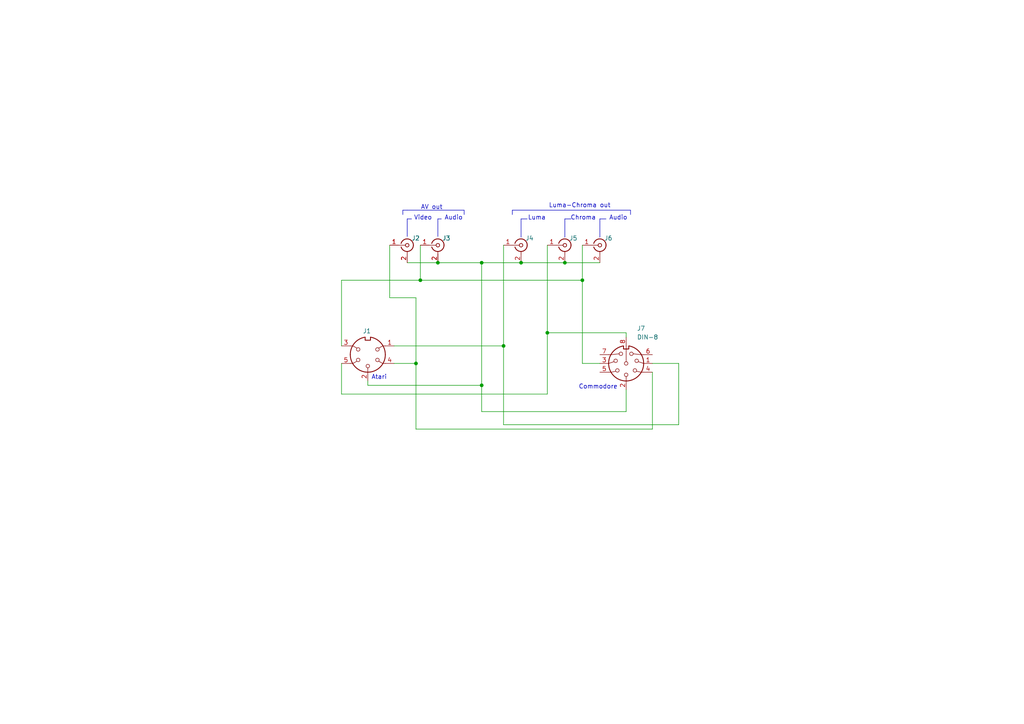
<source format=kicad_sch>
(kicad_sch (version 20250114) (generator "eeschema") (generator_version "9.0")
  (paper "A4")
  (title_block (title "Atari-Commodore video adapter board") (rev "1.0") (company "Mattia's Software"))
  (lib_symbols
    (symbol "Connector:Conn_Coaxial" (pin_names (offset 1.016) (hide yes))
      (property "Reference" "J" (at 0.254 3.048 0))
      (property "Value" "Conn_Coaxial" (at 2.921 0 90))
      (symbol "Conn_Coaxial_0_1"
        (polyline (pts (xy -2.54 0) (xy -0.508 0)))
        (arc (start 1.778 0) (mid 0.222 -1.8079) (end -1.778 -0.508) (stroke (width 0.254)))
        (arc (start -1.778 0.508) (mid 0.2221 1.8084) (end 1.778 0) (stroke (width 0.254)))
        (circle (center 0 0) (radius 0.508) (stroke (width 0.2032)))
        (polyline (pts (xy 0 -2.54) (xy 0 -1.778)))
      )
      (symbol "Conn_Coaxial_1_1"
        (pin passive line (at -5.08 0 0) (length 2.54) (name "In") (number "1"))
        (pin passive line (at 0 -5.08 90) (length 2.54) (name "Ext") (number "2"))
      )
    )
    (symbol "Connector:DIN-8" (pin_names (offset 1.016))
      (property "Reference" "J" (at 3.175 5.715 0))
      (property "Value" "DIN-8" (at 2.032 -5.842 0))
      (symbol "DIN-8_0_1"
        (polyline (pts (xy -5.08 2.54) (xy -4.318 2.54) (xy -3.048 2.286)))
        (polyline (pts (xy -5.08 0) (xy -3.556 -0.508)))
        (polyline (pts (xy -5.08 -2.54) (xy -4.318 -2.54) (xy -2.032 -2.794)))
        (circle (center -3.048 -0.762) (radius 0.508))
        (circle (center -2.54 2.032) (radius 0.508))
        (circle (center -1.524 -2.794) (radius 0.508))
        (polyline (pts (xy -0.762 -4.953) (xy -0.762 -4.191) (xy 0.762 -4.191) (xy 0.762 -4.953)) (stroke (width 0.254)))
        (arc (start 5.08 0) (mid 3.8673 -3.3444) (end 0.762 -5.08) (stroke (width 0.254)))
        (polyline (pts (xy 0 5.08) (xy 0 3.81)))
        (circle (center 0 3.302) (radius 0.508))
        (circle (center 0 0) (radius 0.508))
        (arc (start -5.08 0) (mid 0 5.0579) (end 5.08 0) (stroke (width 0.254)))
        (polyline (pts (xy 0 -0.508) (xy 0 -5.08)))
        (arc (start -0.762 -5.08) (mid -3.8597 -3.3379) (end -5.08 0) (stroke (width 0.254)))
        (circle (center 1.524 -2.794) (radius 0.508))
        (circle (center 2.54 2.032) (radius 0.508))
        (circle (center 3.048 -0.762) (radius 0.508))
        (polyline (pts (xy 5.08 2.54) (xy 4.318 2.54) (xy 3.048 2.286)))
        (polyline (pts (xy 5.08 0) (xy 3.556 -0.508)))
        (polyline (pts (xy 5.08 -2.54) (xy 4.318 -2.54) (xy 2.032 -2.794)))
      )
      (symbol "DIN-8_1_1"
        (pin passive line (at -7.62 2.54 0) (length 2.54) (name "~") (number "4"))
        (pin passive line (at -7.62 0 0) (length 2.54) (name "~") (number "1"))
        (pin passive line (at -7.62 -2.54 0) (length 2.54) (name "~") (number "6"))
        (pin passive line (at 0 7.62 270) (length 2.54) (name "~") (number "2"))
        (pin passive line (at 0 -7.62 90) (length 2.54) (name "~") (number "8"))
        (pin passive line (at 7.62 2.54 180) (length 2.54) (name "~") (number "5"))
        (pin passive line (at 7.62 0 180) (length 2.54) (name "~") (number "3"))
        (pin passive line (at 7.62 -2.54 180) (length 2.54) (name "~") (number "7"))
      )
    )
    (symbol "at_c64:DIN-5"
      (property "Reference" "J" (at 0 0 0))
      (symbol "DIN-5_0_1"
        (polyline (pts (xy -12.7 7.62) (xy -11.938 7.62) (xy -10.795 6.985)))
        (polyline (pts (xy -12.7 2.54) (xy -11.938 2.54) (xy -10.795 3.175)))
        (circle (center -10.414 6.604) (radius 0.508))
        (circle (center -10.414 3.556) (radius 0.508))
        (arc (start -6.858 10.16) (mid -3.7603 8.4179) (end -2.54 5.08) (stroke (width 0.254)))
        (arc (start -2.54 5.08) (mid -7.62 0.0221) (end -12.7 5.08) (stroke (width 0.254)))
        (circle (center -7.62 1.778) (radius 0.508))
        (polyline (pts (xy -7.62 0) (xy -7.62 1.27)))
        (arc (start -12.7 5.08) (mid -11.4873 8.4244) (end -8.382 10.16) (stroke (width 0.254)))
        (polyline (pts (xy -6.858 10.033) (xy -6.858 9.271) (xy -8.382 9.271) (xy -8.382 10.033)) (stroke (width 0.254)))
        (circle (center -4.826 6.604) (radius 0.508))
        (circle (center -4.826 3.556) (radius 0.508))
        (polyline (pts (xy -2.54 7.62) (xy -3.302 7.62) (xy -4.445 6.985)))
        (polyline (pts (xy -2.54 2.54) (xy -3.302 2.54) (xy -4.445 3.175)))
      )
      (symbol "DIN-5_1_1"
        (pin passive line (at -15.24 7.62 0) (length 2.54) (name "~") (number "3"))
        (pin passive line (at -15.24 2.54 0) (length 2.54) (name "~") (number "5"))
        (pin passive line (at -7.62 -2.54 90) (length 2.54) (name "~") (number "2"))
        (pin passive line (at 0 7.62 180) (length 2.54) (name "~") (number "1"))
        (pin passive line (at 0 2.54 180) (length 2.54) (name "~") (number "4"))
      )
    )
  )
  (text "Chroma" (at 169.164 63.246 0) (effects (font (size 1.27 1.27))))
  (text "Commodore" (at 173.482 112.268 0) (effects (font (size 1.27 1.27))))
  (text "Luma-Chroma out\n" (at 168.148 59.69 0) (effects (font (size 1.27 1.27))))
  (text "Luma" (at 155.702 63.246 0) (effects (font (size 1.27 1.27))))
  (text "AV out" (at 125.222 60.198 0) (effects (font (size 1.27 1.27))))
  (text "Atari" (at 109.982 109.474 0) (effects (font (size 1.27 1.27))))
  (text "Video" (at 122.682 63.246 0) (effects (font (size 1.27 1.27))))
  (text "Audio" (at 131.572 63.246 0) (effects (font (size 1.27 1.27))))
  (text "Audio" (at 179.324 63.246 0) (effects (font (size 1.27 1.27))))
  (junction (at 139.7 111.76))
  (junction (at 151.13 76.2))
  (junction (at 146.05 100.33))
  (junction (at 163.83 76.2))
  (junction (at 127 76.2))
  (junction (at 121.92 81.28))
  (junction (at 168.91 81.28))
  (junction (at 139.7 76.2))
  (junction (at 158.75 96.52))
  (junction (at 120.65 105.41))
  (wire (pts (xy 114.3 100.33) (xy 146.05 100.33)))
  (wire (pts (xy 121.92 81.28) (xy 168.91 81.28)))
  (polyline (pts (xy 163.83 68.834) (xy 163.83 63.5)))
  (wire (pts (xy 158.75 96.52) (xy 158.75 114.3)))
  (polyline (pts (xy 118.11 60.96) (xy 134.62 60.96)))
  (wire (pts (xy 106.68 110.49) (xy 106.68 111.76)))
  (polyline (pts (xy 116.84 60.96) (xy 116.84 62.23)))
  (polyline (pts (xy 127 63.5) (xy 128.016 63.5)))
  (wire (pts (xy 106.68 111.76) (xy 139.7 111.76)))
  (wire (pts (xy 146.05 123.19) (xy 146.05 100.33)))
  (wire (pts (xy 181.61 96.52) (xy 158.75 96.52)))
  (wire (pts (xy 196.85 123.19) (xy 146.05 123.19)))
  (polyline (pts (xy 173.99 63.5) (xy 175.768 63.5)))
  (polyline (pts (xy 134.62 60.96) (xy 134.62 62.23)))
  (wire (pts (xy 151.13 76.2) (xy 163.83 76.2)))
  (wire (pts (xy 196.85 105.41) (xy 196.85 123.19)))
  (wire (pts (xy 146.05 100.33) (xy 146.05 71.12)))
  (wire (pts (xy 168.91 81.28) (xy 168.91 71.12)))
  (wire (pts (xy 181.61 113.03) (xy 181.61 119.38)))
  (wire (pts (xy 120.65 86.36) (xy 113.03 86.36)))
  (wire (pts (xy 99.06 105.41) (xy 99.06 114.3)))
  (polyline (pts (xy 151.13 63.5) (xy 152.908 63.5)))
  (wire (pts (xy 139.7 76.2) (xy 151.13 76.2)))
  (wire (pts (xy 120.65 124.46) (xy 120.65 105.41)))
  (wire (pts (xy 158.75 71.12) (xy 158.75 96.52)))
  (wire (pts (xy 113.03 86.36) (xy 113.03 71.12)))
  (wire (pts (xy 189.23 107.95) (xy 189.23 124.46)))
  (wire (pts (xy 139.7 111.76) (xy 139.7 76.2)))
  (wire (pts (xy 127 76.2) (xy 139.7 76.2)))
  (polyline (pts (xy 116.84 60.96) (xy 118.11 60.96)))
  (wire (pts (xy 99.06 114.3) (xy 158.75 114.3)))
  (polyline (pts (xy 173.99 68.834) (xy 173.99 63.5)))
  (polyline (pts (xy 127 68.58) (xy 127 63.5)))
  (wire (pts (xy 181.61 119.38) (xy 139.7 119.38)))
  (wire (pts (xy 189.23 105.41) (xy 196.85 105.41)))
  (wire (pts (xy 163.83 76.2) (xy 173.99 76.2)))
  (wire (pts (xy 121.92 81.28) (xy 99.06 81.28)))
  (polyline (pts (xy 151.13 68.834) (xy 151.13 63.5)))
  (polyline (pts (xy 118.11 68.58) (xy 118.11 63.5)))
  (polyline (pts (xy 118.11 63.5) (xy 119.38 63.5)))
  (wire (pts (xy 173.99 105.41) (xy 168.91 105.41)))
  (wire (pts (xy 189.23 124.46) (xy 120.65 124.46)))
  (wire (pts (xy 99.06 81.28) (xy 99.06 100.33)))
  (polyline (pts (xy 148.59 60.96) (xy 182.88 60.96)))
  (wire (pts (xy 120.65 105.41) (xy 120.65 86.36)))
  (polyline (pts (xy 163.83 63.5) (xy 165.608 63.5)))
  (wire (pts (xy 114.3 105.41) (xy 120.65 105.41)))
  (wire (pts (xy 118.11 76.2) (xy 127 76.2)))
  (wire (pts (xy 168.91 105.41) (xy 168.91 81.28)))
  (polyline (pts (xy 148.59 60.96) (xy 148.59 62.23)))
  (wire (pts (xy 139.7 119.38) (xy 139.7 111.76)))
  (wire (pts (xy 121.92 71.12) (xy 121.92 81.28)))
  (polyline (pts (xy 182.88 60.96) (xy 182.88 62.23)))
  (wire (pts (xy 181.61 97.79) (xy 181.61 96.52)))
  (symbol (lib_id "Connector:Conn_Coaxial") (at 151.13 71.12 0) (unit 1)
    (property "Reference" "J4" (at 152.4 69.088 0) (effects (justify left)))
    (property "Value" "Conn_Coaxial" (effects (hide yes)))
    (property "Footprint" "atari_c64:PJRAN1X1U01X" (effects (hide yes)))
    (property "Description" "coaxial connector (BNC, SMA, SMB, SMC, Cinch/RCA, LEMO, ...)" (effects (hide yes)))
  )
  (symbol (lib_id "Connector:Conn_Coaxial") (at 173.99 71.12 0) (unit 1)
    (property "Reference" "J6" (at 175.26 69.088 0) (effects (justify left)))
    (property "Value" "Conn_Coaxial" (effects (hide yes)))
    (property "Footprint" "atari_c64:PJRAN1X1U01X" (effects (hide yes)))
    (property "Description" "coaxial connector (BNC, SMA, SMB, SMC, Cinch/RCA, LEMO, ...)" (effects (hide yes)))
  )
  (symbol (lib_id "Connector:Conn_Coaxial") (at 118.11 71.12 0) (unit 1)
    (property "Reference" "J2" (at 119.38 69.088 0) (effects (justify left)))
    (property "Value" "Conn_Coaxial" (effects (hide yes)))
    (property "Footprint" "atari_c64:PJRAN1X1U01X" (effects (hide yes)))
    (property "Description" "coaxial connector (BNC, SMA, SMB, SMC, Cinch/RCA, LEMO, ...)" (effects (hide yes)))
  )
  (symbol (lib_id "Connector:DIN-8") (at 181.61 105.41 180) (unit 1)
    (property "Reference" "J7" (at 184.7281 95.25 0) (effects (justify right)))
    (property "Value" "DIN-8" (at 184.7281 97.79 0) (effects (justify right)))
    (property "Footprint" "atari_c64:CUI_SDF-80J" (effects (hide yes)))
    (property "Datasheet" "http://www.mouser.com/ds/2/18/40_c091_abd_e-75918.pdf" (effects (hide yes)))
    (property "Description" "8-pin DIN connector" (effects (hide yes)))
  )
  (symbol (lib_id "at_c64:DIN-5") (at 114.3 107.95 0) (unit 1)
    (property "Reference" "J1" (at 106.426 96.012 0))
    (property "Footprint" "atari_c64:CUI_SDF-50J" (effects (hide yes)))
  )
  (symbol (lib_id "Connector:Conn_Coaxial") (at 163.83 71.12 0) (unit 1)
    (property "Reference" "J5" (at 165.1 69.088 0) (effects (justify left)))
    (property "Value" "Conn_Coaxial" (effects (hide yes)))
    (property "Footprint" "atari_c64:PJRAN1X1U01X" (effects (hide yes)))
    (property "Description" "coaxial connector (BNC, SMA, SMB, SMC, Cinch/RCA, LEMO, ...)" (effects (hide yes)))
  )
  (symbol (lib_id "Connector:Conn_Coaxial") (at 127 71.12 0) (unit 1)
    (property "Reference" "J3" (at 128.27 69.088 0) (effects (justify left)))
    (property "Value" "Conn_Coaxial" (effects (hide yes)))
    (property "Footprint" "atari_c64:PJRAN1X1U01X" (effects (hide yes)))
    (property "Description" "coaxial connector (BNC, SMA, SMB, SMC, Cinch/RCA, LEMO, ...)" (effects (hide yes)))
  )
)
</source>
